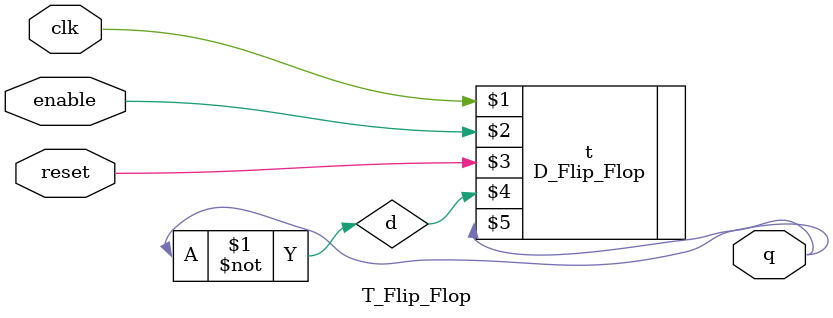
<source format=v>
module T_Flip_Flop (input clk, enable, reset,
                    output q);
  wire d;
  assign d = ~q;

      D_Flip_Flop t(clk, enable, reset, d, q);

endmodule // T_Flip_Flop

</source>
